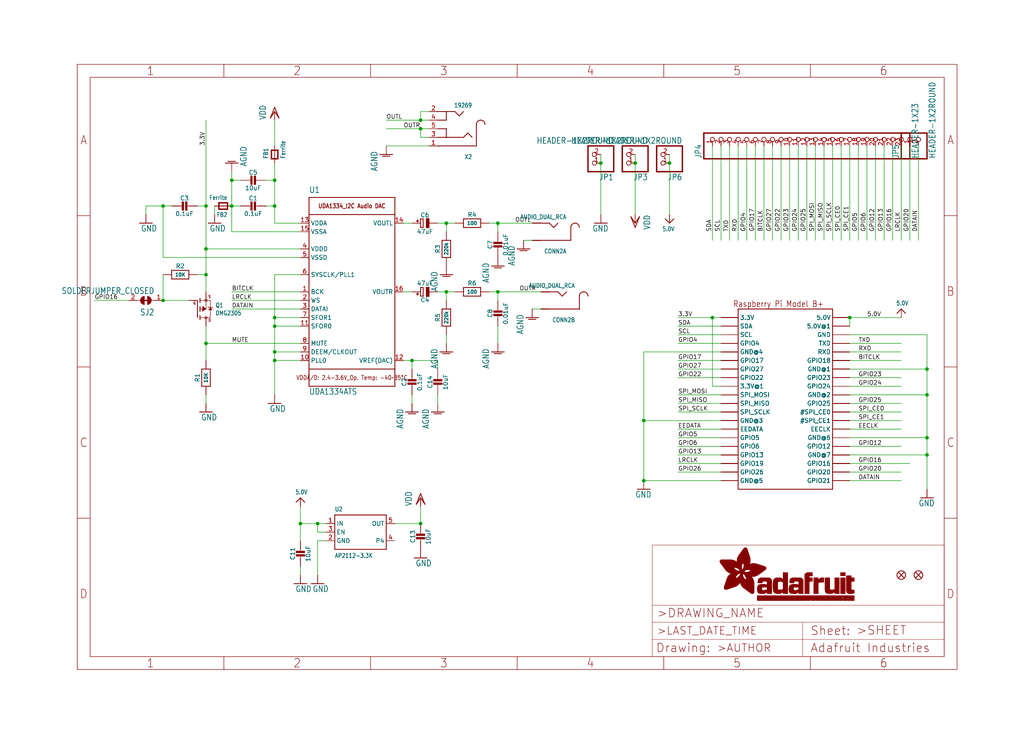
<source format=kicad_sch>
(kicad_sch (version 20211123) (generator eeschema)
  (paper "User" 303.047 217.881)
  (lib_symbols
    (symbol "eagleSchem-eagle-import:5.0V" (power)
      (property "Value" "5.0V" (at -1.524 1.016 0))
      (symbol "5.0V_1_0"
        (pin power_in line (at 0 -2.54 90) (length 2.54) (name "5.0V") (number "1"))
      )
    )
    (symbol "eagleSchem-eagle-import:AGND" (power)
      (property "Value" "AGND" (at -2.54 -5.08 90))
      (symbol "AGND_1_0"
        (pin power_in line (at 0 2.54 270) (length 2.54) (name "AGND") (number "1"))
      )
    )
    (symbol "eagleSchem-eagle-import:AUDIO_3.5MMJACK"
      (property "Reference" "X" (at -5.08 7.62 0))
      (property "Value" "AUDIO_3.5MMJACK" (at -5.08 -7.62 0))
      (symbol "AUDIO_3.5MMJACK_1_0"
        (pin bidirectional line (at 7.62 5.08 180) (length 2.54) (name "P$1") (number "1"))
        (pin bidirectional line (at 7.62 -5.08 180) (length 2.54) (name "P$5") (number "2"))
        (pin bidirectional line (at 7.62 2.54 180) (length 2.54) (name "P$2") (number "3"))
        (pin bidirectional line (at 7.62 -2.54 180) (length 2.54) (name "P$4") (number "4"))
        (pin bidirectional line (at 7.62 0 180) (length 2.54) (name "P$3") (number "5"))
      )
    )
    (symbol "eagleSchem-eagle-import:AUDIO_DUAL_RCA"
      (property "Reference" "CONN" (at -2.54 5.08 0))
      (property "Value" "AUDIO_DUAL_RCA" (at -2.54 -5.08 0))
      (symbol "AUDIO_DUAL_RCA_1_0"
        (pin bidirectional line (at 7.62 2.54 180) (length 2.54) (name "SLEEVE") (number "L_G"))
        (pin bidirectional line (at 7.62 2.54 180) (length 2.54) (name "SLEEVE") (number "L_G'"))
        (pin bidirectional line (at 7.62 -2.54 180) (length 2.54) (name "TIP") (number "L_SIG"))
        (pin bidirectional line (at 7.62 -2.54 180) (length 2.54) (name "TIP") (number "L_SIG'"))
      )
      (symbol "AUDIO_DUAL_RCA_2_0"
        (pin bidirectional line (at 7.62 2.54 180) (length 2.54) (name "SLEEVE") (number "R_G"))
        (pin bidirectional line (at 7.62 2.54 180) (length 2.54) (name "SLEEVE") (number "R_G'"))
        (pin bidirectional line (at 7.62 -2.54 180) (length 2.54) (name "TIP") (number "R_SIG"))
        (pin bidirectional line (at 7.62 -2.54 180) (length 2.54) (name "TIP") (number "R_SIG'"))
      )
    )
    (symbol "eagleSchem-eagle-import:AUDIO_I2S_UDA1334{dblquote}{dblquote}"
      (property "Reference" "U" (at -12.7 29.21 0))
      (property "Value" "AUDIO_I2S_UDA1334{dblquote}{dblquote}" (at -12.7 -30.48 0))
      (symbol "AUDIO_I2S_UDA1334{dblquote}{dblquote}_1_0"
        (text "UDA1334_I2C Audio DAC" (at 0 25.4 0) (effects (font (size 1.27 1.0795) (thickness 0.2159) bold)))
        (text "VDDA/D: 2.4-3.6V_Op. Temp: -40~85°C" (at 0 -25.4 0) (effects (font (size 1.27 1.0795))))
        (pin input line (at -15.24 0 0) (length 2.54) (name "BCK") (number "1"))
        (pin input line (at -15.24 -20.32 0) (length 2.54) (name "PLL0") (number "10"))
        (pin input line (at -15.24 -10.16 0) (length 2.54) (name "SFOR0") (number "11"))
        (pin output line (at 15.24 -20.32 180) (length 2.54) (name "VREF(DAC)") (number "12"))
        (pin power_in line (at -15.24 20.32 0) (length 2.54) (name "VDDA") (number "13"))
        (pin output line (at 15.24 20.32 180) (length 2.54) (name "VOUTL") (number "14"))
        (pin power_in line (at -15.24 17.78 0) (length 2.54) (name "VSSA") (number "15"))
        (pin output line (at 15.24 0 180) (length 2.54) (name "VOUTR") (number "16"))
        (pin input line (at -15.24 -2.54 0) (length 2.54) (name "WS") (number "2"))
        (pin input line (at -15.24 -5.08 0) (length 2.54) (name "DATAI") (number "3"))
        (pin power_in line (at -15.24 12.7 0) (length 2.54) (name "VDDD") (number "4"))
        (pin power_in line (at -15.24 10.16 0) (length 2.54) (name "VSSD") (number "5"))
        (pin input line (at -15.24 5.08 0) (length 2.54) (name "SYSCLK/PLL1") (number "6"))
        (pin input line (at -15.24 -7.62 0) (length 2.54) (name "SFOR1") (number "7"))
        (pin input line (at -15.24 -15.24 0) (length 2.54) (name "MUTE") (number "8"))
        (pin bidirectional line (at -15.24 -17.78 0) (length 2.54) (name "DEEM/CLKOUT") (number "9"))
      )
    )
    (symbol "eagleSchem-eagle-import:CAP_CERAMIC0603_NO"
      (property "Reference" "C" (at -2.29 1.25 90))
      (property "Value" "CAP_CERAMIC0603_NO" (at 2.3 1.25 90))
      (symbol "CAP_CERAMIC0603_NO_1_0"
        (pin passive line (at 0 5.08 270) (length 2.54) (name "1") (number "1"))
        (pin passive line (at 0 -2.54 90) (length 2.54) (name "2") (number "2"))
      )
    )
    (symbol "eagleSchem-eagle-import:CAP_CERAMIC0805-NOOUTLINE"
      (property "Reference" "C" (at -2.29 1.25 90))
      (property "Value" "CAP_CERAMIC0805-NOOUTLINE" (at 2.3 1.25 90))
      (symbol "CAP_CERAMIC0805-NOOUTLINE_1_0"
        (pin passive line (at 0 5.08 270) (length 2.54) (name "1") (number "1"))
        (pin passive line (at 0 -2.54 90) (length 2.54) (name "2") (number "2"))
      )
    )
    (symbol "eagleSchem-eagle-import:CAP_ELECTROLYTICPANASONIC_C"
      (property "Reference" "C" (at -2.39 1.25 90))
      (property "Value" "CAP_ELECTROLYTICPANASONIC_C" (at 2.5 1.25 90))
      (symbol "CAP_ELECTROLYTICPANASONIC_C_1_0"
        (pin passive line (at 0 5.08 270) (length 2.54) (name "+") (number "+"))
        (pin passive line (at 0 -2.54 90) (length 2.54) (name "-") (number "-"))
      )
    )
    (symbol "eagleSchem-eagle-import:FERRITE0805"
      (property "Reference" "FB" (at -1.27 1.905 0))
      (property "Value" "FERRITE0805" (at -1.27 -3.175 0))
      (symbol "FERRITE0805_1_0"
        (pin passive line (at -2.54 0 0) (length 2.54) (name "P$1") (number "1"))
        (pin passive line (at 2.54 0 180) (length 2.54) (name "P$2") (number "2"))
      )
    )
    (symbol "eagleSchem-eagle-import:FIDUCIAL_1MM")
    (symbol "eagleSchem-eagle-import:FRAME_A4_ADAFRUIT"
      (symbol "FRAME_A4_ADAFRUIT_1_0"
        (text "1" (at 21.6958 1.905 0) (effects (font (size 2.54 2.286))))
        (text "1" (at 21.6958 177.165 0) (effects (font (size 2.54 2.286))))
        (text "2" (at 65.0875 1.905 0) (effects (font (size 2.54 2.286))))
        (text "2" (at 65.0875 177.165 0) (effects (font (size 2.54 2.286))))
        (text "3" (at 108.4792 1.905 0) (effects (font (size 2.54 2.286))))
        (text "3" (at 108.4792 177.165 0) (effects (font (size 2.54 2.286))))
        (text "4" (at 151.8708 1.905 0) (effects (font (size 2.54 2.286))))
        (text "4" (at 151.8708 177.165 0) (effects (font (size 2.54 2.286))))
        (text "5" (at 195.2625 1.905 0) (effects (font (size 2.54 2.286))))
        (text "5" (at 195.2625 177.165 0) (effects (font (size 2.54 2.286))))
        (text "6" (at 238.6542 1.905 0) (effects (font (size 2.54 2.286))))
        (text "6" (at 238.6542 177.165 0) (effects (font (size 2.54 2.286))))
        (text ">AUTHOR" (at 189.23 5.08 0) (effects (font (size 2.286 2.286)) (justify left bottom)))
        (text ">DRAWING_NAME" (at 171.45 15.24 0) (effects (font (size 2.54 2.54)) (justify left bottom)))
        (text ">LAST_DATE_TIME" (at 171.45 10.16 0) (effects (font (size 2.286 2.286)) (justify left bottom)))
        (text ">SHEET" (at 230.505 10.16 0) (effects (font (size 2.54 2.54)) (justify left bottom)))
        (text "A" (at 1.905 156.6863 0) (effects (font (size 2.54 2.286))))
        (text "A" (at 258.445 156.6863 0) (effects (font (size 2.54 2.286))))
        (text "Adafruit Industries" (at 216.916 4.953 0) (effects (font (size 2.54 2.54)) (justify left bottom)))
        (text "B" (at 1.905 111.9188 0) (effects (font (size 2.54 2.286))))
        (text "B" (at 258.445 111.9188 0) (effects (font (size 2.54 2.286))))
        (text "C" (at 1.905 67.1513 0) (effects (font (size 2.54 2.286))))
        (text "C" (at 258.445 67.1513 0) (effects (font (size 2.54 2.286))))
        (text "D" (at 1.905 22.3838 0) (effects (font (size 2.54 2.286))))
        (text "D" (at 258.445 22.3838 0) (effects (font (size 2.54 2.286))))
        (text "Drawing:" (at 171.196 4.953 0) (effects (font (size 2.54 2.54)) (justify left bottom)))
        (text "Sheet:" (at 216.916 10.033 0) (effects (font (size 2.54 2.54)) (justify left bottom)))
      )
    )
    (symbol "eagleSchem-eagle-import:GND" (power)
      (property "Value" "GND" (at -2.54 -2.54 0))
      (symbol "GND_1_0"
        (pin power_in line (at 0 2.54 270) (length 2.54) (name "GND") (number "1"))
      )
    )
    (symbol "eagleSchem-eagle-import:HEADER-1X23"
      (property "Reference" "JP" (at -1.27 31.115 0))
      (property "Value" "HEADER-1X23" (at -1.27 -33.02 0))
      (symbol "HEADER-1X23_1_0"
        (pin passive inverted (at 2.54 27.94 0) (length 2.54) (name "1") (number "1"))
        (pin passive inverted (at 2.54 5.08 0) (length 2.54) (name "10") (number "10"))
        (pin passive inverted (at 2.54 2.54 0) (length 2.54) (name "11") (number "11"))
        (pin passive inverted (at 2.54 0 0) (length 2.54) (name "12") (number "12"))
        (pin passive inverted (at 2.54 -2.54 0) (length 2.54) (name "13") (number "13"))
        (pin passive inverted (at 2.54 -5.08 0) (length 2.54) (name "14") (number "14"))
        (pin passive inverted (at 2.54 -7.62 0) (length 2.54) (name "15") (number "15"))
        (pin passive inverted (at 2.54 -10.16 0) (length 2.54) (name "16") (number "16"))
        (pin passive inverted (at 2.54 -12.7 0) (length 2.54) (name "17") (number "17"))
        (pin passive inverted (at 2.54 -15.24 0) (length 2.54) (name "18") (number "18"))
        (pin passive inverted (at 2.54 -17.78 0) (length 2.54) (name "19") (number "19"))
        (pin passive inverted (at 2.54 25.4 0) (length 2.54) (name "2") (number "2"))
        (pin passive inverted (at 2.54 -20.32 0) (length 2.54) (name "20") (number "20"))
        (pin passive inverted (at 2.54 -22.86 0) (length 2.54) (name "21") (number "21"))
        (pin passive inverted (at 2.54 -25.4 0) (length 2.54) (name "22") (number "22"))
        (pin passive inverted (at 2.54 -27.94 0) (length 2.54) (name "23") (number "23"))
        (pin passive inverted (at 2.54 22.86 0) (length 2.54) (name "3") (number "3"))
        (pin passive inverted (at 2.54 20.32 0) (length 2.54) (name "4") (number "4"))
        (pin passive inverted (at 2.54 17.78 0) (length 2.54) (name "5") (number "5"))
        (pin passive inverted (at 2.54 15.24 0) (length 2.54) (name "6") (number "6"))
        (pin passive inverted (at 2.54 12.7 0) (length 2.54) (name "7") (number "7"))
        (pin passive inverted (at 2.54 10.16 0) (length 2.54) (name "8") (number "8"))
        (pin passive inverted (at 2.54 7.62 0) (length 2.54) (name "9") (number "9"))
      )
    )
    (symbol "eagleSchem-eagle-import:HEADER-1X2ROUND"
      (property "Reference" "JP" (at -6.35 5.715 0))
      (property "Value" "HEADER-1X2ROUND" (at -6.35 -5.08 0))
      (symbol "HEADER-1X2ROUND_1_0"
        (pin passive inverted (at -2.54 2.54 0) (length 2.54) (name "1") (number "1"))
        (pin passive inverted (at -2.54 0 0) (length 2.54) (name "2") (number "2"))
      )
    )
    (symbol "eagleSchem-eagle-import:MOSFET-PWIDE"
      (property "Reference" "Q" (at 2.794 0.381 0))
      (property "Value" "MOSFET-PWIDE" (at 2.794 -1.905 0))
      (symbol "MOSFET-PWIDE_1_0"
        (text "D" (at 0.635 -3.81 0) (effects (font (size 0.8128 0.6908)) (justify left bottom)))
        (text "G" (at -3.81 1.27 0) (effects (font (size 0.8128 0.6908)) (justify left bottom)))
        (text "S" (at 0.635 3.175 0) (effects (font (size 0.8128 0.6908)) (justify left bottom)))
        (pin passive line (at -5.08 2.54 0) (length 2.54) (name "G") (number "1"))
        (pin passive line (at 0 5.08 270) (length 2.54) (name "S") (number "2"))
        (pin passive line (at 0 -5.08 90) (length 2.54) (name "D") (number "3"))
      )
    )
    (symbol "eagleSchem-eagle-import:RASPBERRYPI_BPLUS_BONNET_THMSMT"
      (symbol "RASPBERRYPI_BPLUS_BONNET_THMSMT_1_0"
        (text "Raspberry Pi Model B+" (at 12.7 25.4 0) (effects (font (size 1.778 1.5113)) (justify right top)))
        (pin power_in line (at -17.78 20.32 0) (length 5.08) (name "3.3V") (number "1"))
        (pin bidirectional line (at 20.32 10.16 180) (length 5.08) (name "RXD") (number "10"))
        (pin bidirectional line (at -17.78 7.62 0) (length 5.08) (name "GPIO17") (number "11"))
        (pin bidirectional line (at 20.32 7.62 180) (length 5.08) (name "GPIO18") (number "12"))
        (pin bidirectional line (at -17.78 5.08 0) (length 5.08) (name "GPIO27") (number "13"))
        (pin power_in line (at 20.32 5.08 180) (length 5.08) (name "GND@1") (number "14"))
        (pin bidirectional line (at -17.78 2.54 0) (length 5.08) (name "GPIO22") (number "15"))
        (pin bidirectional line (at 20.32 2.54 180) (length 5.08) (name "GPIO23") (number "16"))
        (pin power_in line (at -17.78 0 0) (length 5.08) (name "3.3V@1") (number "17"))
        (pin bidirectional line (at 20.32 0 180) (length 5.08) (name "GPIO24") (number "18"))
        (pin bidirectional line (at -17.78 -2.54 0) (length 5.08) (name "SPI_MOSI") (number "19"))
        (pin power_in line (at 20.32 20.32 180) (length 5.08) (name "5.0V") (number "2"))
        (pin power_in line (at 20.32 -2.54 180) (length 5.08) (name "GND@2") (number "20"))
        (pin bidirectional line (at -17.78 -5.08 0) (length 5.08) (name "SPI_MISO") (number "21"))
        (pin bidirectional line (at 20.32 -5.08 180) (length 5.08) (name "GPIO25") (number "22"))
        (pin bidirectional line (at -17.78 -7.62 0) (length 5.08) (name "SPI_SCLK") (number "23"))
        (pin bidirectional line (at 20.32 -7.62 180) (length 5.08) (name "#SPI_CE0") (number "24"))
        (pin power_in line (at -17.78 -10.16 0) (length 5.08) (name "GND@3") (number "25"))
        (pin bidirectional line (at 20.32 -10.16 180) (length 5.08) (name "#SPI_CE1") (number "26"))
        (pin bidirectional line (at -17.78 -12.7 0) (length 5.08) (name "EEDATA") (number "27"))
        (pin bidirectional line (at 20.32 -12.7 180) (length 5.08) (name "EECLK") (number "28"))
        (pin bidirectional line (at -17.78 -15.24 0) (length 5.08) (name "GPIO5") (number "29"))
        (pin bidirectional line (at -17.78 17.78 0) (length 5.08) (name "SDA") (number "3"))
        (pin power_in line (at 20.32 -15.24 180) (length 5.08) (name "GND@6") (number "30"))
        (pin bidirectional line (at -17.78 -17.78 0) (length 5.08) (name "GPIO6") (number "31"))
        (pin bidirectional line (at 20.32 -17.78 180) (length 5.08) (name "GPIO12") (number "32"))
        (pin bidirectional line (at -17.78 -20.32 0) (length 5.08) (name "GPIO13") (number "33"))
        (pin power_in line (at 20.32 -20.32 180) (length 5.08) (name "GND@7") (number "34"))
        (pin bidirectional line (at -17.78 -22.86 0) (length 5.08) (name "GPIO19") (number "35"))
        (pin bidirectional line (at 20.32 -22.86 180) (length 5.08) (name "GPIO16") (number "36"))
        (pin bidirectional line (at -17.78 -25.4 0) (length 5.08) (name "GPIO26") (number "37"))
        (pin bidirectional line (at 20.32 -25.4 180) (length 5.08) (name "GPIO20") (number "38"))
        (pin power_in line (at -17.78 -27.94 0) (length 5.08) (name "GND@5") (number "39"))
        (pin power_in line (at 20.32 17.78 180) (length 5.08) (name "5.0V@1") (number "4"))
        (pin bidirectional line (at 20.32 -27.94 180) (length 5.08) (name "GPIO21") (number "40"))
        (pin bidirectional line (at -17.78 15.24 0) (length 5.08) (name "SCL") (number "5"))
        (pin power_in line (at 20.32 15.24 180) (length 5.08) (name "GND") (number "6"))
        (pin bidirectional line (at -17.78 12.7 0) (length 5.08) (name "GPIO4") (number "7"))
        (pin bidirectional line (at 20.32 12.7 180) (length 5.08) (name "TXD") (number "8"))
        (pin power_in line (at -17.78 10.16 0) (length 5.08) (name "GND@4") (number "9"))
        (pin power_in line (at -17.78 20.32 0) (length 5.08) (name "3.3V") (number "S1"))
        (pin bidirectional line (at 20.32 10.16 180) (length 5.08) (name "RXD") (number "S10"))
        (pin bidirectional line (at -17.78 7.62 0) (length 5.08) (name "GPIO17") (number "S11"))
        (pin bidirectional line (at 20.32 7.62 180) (length 5.08) (name "GPIO18") (number "S12"))
        (pin bidirectional line (at -17.78 5.08 0) (length 5.08) (name "GPIO27") (number "S13"))
        (pin power_in line (at 20.32 5.08 180) (length 5.08) (name "GND@1") (number "S14"))
        (pin bidirectional line (at -17.78 2.54 0) (length 5.08) (name "GPIO22") (number "S15"))
        (pin bidirectional line (at 20.32 2.54 180) (length 5.08) (name "GPIO23") (number "S16"))
        (pin power_in line (at -17.78 0 0) (length 5.08) (name "3.3V@1") (number "S17"))
        (pin bidirectional line (at 20.32 0 180) (length 5.08) (name "GPIO24") (number "S18"))
        (pin bidirectional line (at -17.78 -2.54 0) (length 5.08) (name "SPI_MOSI") (number "S19"))
        (pin power_in line (at 20.32 20.32 180) (length 5.08) (name "5.0V") (number "S2"))
        (pin power_in line (at 20.32 -2.54 180) (length 5.08) (name "GND@2") (number "S20"))
        (pin bidirectional line (at -17.78 -5.08 0) (length 5.08) (name "SPI_MISO") (number "S21"))
        (pin bidirectional line (at 20.32 -5.08 180) (length 5.08) (name "GPIO25") (number "S22"))
        (pin bidirectional line (at -17.78 -7.62 0) (length 5.08) (name "SPI_SCLK") (number "S23"))
        (pin bidirectional line (at 20.32 -7.62 180) (length 5.08) (name "#SPI_CE0") (number "S24"))
        (pin power_in line (at -17.78 -10.16 0) (length 5.08) (name "GND@3") (number "S25"))
        (pin bidirectional line (at 20.32 -10.16 180) (length 5.08) (name "#SPI_CE1") (number "S26"))
        (pin bidirectional line (at -17.78 -12.7 0) (length 5.08) (name "EEDATA") (number "S27"))
        (pin bidirectional line (at 20.32 -12.7 180) (length 5.08) (name "EECLK") (number "S28"))
        (pin bidirectional line (at -17.78 -15.24 0) (length 5.08) (name "GPIO5") (number "S29"))
        (pin bidirectional line (at -17.78 17.78 0) (length 5.08) (name "SDA") (number "S3"))
        (pin power_in line (at 20.32 -15.24 180) (length 5.08) (name "GND@6") (number "S30"))
        (pin bidirectional line (at -17.78 -17.78 0) (length 5.08) (name "GPIO6") (number "S31"))
        (pin bidirectional line (at 20.32 -17.78 180) (length 5.08) (name "GPIO12") (number "S32"))
        (pin bidirectional line (at -17.78 -20.32 0) (length 5.08) (name "GPIO13") (number "S33"))
        (pin power_in line (at 20.32 -20.32 180) (length 5.08) (name "GND@7") (number "S34"))
        (pin bidirectional line (at -17.78 -22.86 0) (length 5.08) (name "GPIO19") (number "S35"))
        (pin bidirectional line (at 20.32 -22.86 180) (length 5.08) (name "GPIO16") (number "S36"))
        (pin bidirectional line (at -17.78 -25.4 0) (length 5.08) (name "GPIO26") (number "S37"))
        (pin bidirectional line (at 20.32 -25.4 180) (length 5.08) (name "GPIO20") (number "S38"))
        (pin power_in line (at -17.78 -27.94 0) (length 5.08) (name "GND@5") (number "S39"))
        (pin power_in line (at 20.32 17.78 180) (length 5.08) (name "5.0V@1") (number "S4"))
        (pin bidirectional line (at 20.32 -27.94 180) (length 5.08) (name "GPIO21") (number "S40"))
        (pin bidirectional line (at -17.78 15.24 0) (length 5.08) (name "SCL") (number "S5"))
        (pin power_in line (at 20.32 15.24 180) (length 5.08) (name "GND") (number "S6"))
        (pin bidirectional line (at -17.78 12.7 0) (length 5.08) (name "GPIO4") (number "S7"))
        (pin bidirectional line (at 20.32 12.7 180) (length 5.08) (name "TXD") (number "S8"))
        (pin power_in line (at -17.78 10.16 0) (length 5.08) (name "GND@4") (number "S9"))
      )
    )
    (symbol "eagleSchem-eagle-import:RESISTOR_0603_NOOUT"
      (property "Reference" "R" (at 0 2.54 0))
      (property "Value" "RESISTOR_0603_NOOUT" (at 0 0 0))
      (symbol "RESISTOR_0603_NOOUT_1_0"
        (pin passive line (at -5.08 0 0) (length 2.54) (name "1") (number "1"))
        (pin passive line (at 5.08 0 180) (length 2.54) (name "2") (number "2"))
      )
    )
    (symbol "eagleSchem-eagle-import:SOLDERJUMPER_CLOSED"
      (property "Reference" "SJ" (at -2.54 2.54 0))
      (property "Value" "SOLDERJUMPER_CLOSED" (at -2.54 -3.81 0))
      (symbol "SOLDERJUMPER_CLOSED_1_0"
        (pin passive line (at -5.08 0 0) (length 2.54) (name "1") (number "1"))
        (pin passive line (at 5.08 0 180) (length 2.54) (name "2") (number "2"))
      )
    )
    (symbol "eagleSchem-eagle-import:VDD" (power)
      (property "Value" "VDD" (at -2.54 -2.54 90))
      (symbol "VDD_1_0"
        (pin power_in line (at 0 -2.54 90) (length 2.54) (name "VDD") (number "1"))
      )
    )
    (symbol "eagleSchem-eagle-import:VREG_SOT23-5"
      (property "Reference" "U" (at -7.62 6.096 0))
      (property "Value" "VREG_SOT23-5" (at -7.62 -7.62 0))
      (symbol "VREG_SOT23-5_1_0"
        (pin power_in line (at -10.16 2.54 0) (length 2.54) (name "IN") (number "1"))
        (pin power_in line (at -10.16 -2.54 0) (length 2.54) (name "GND") (number "2"))
        (pin input line (at -10.16 0 0) (length 2.54) (name "EN") (number "3"))
        (pin bidirectional line (at 10.16 -2.54 180) (length 2.54) (name "P4") (number "4"))
        (pin power_in line (at 10.16 2.54 180) (length 2.54) (name "OUT") (number "5"))
      )
    )
  )
  (junction (at 124.46 154.94))
  (junction (at 60.96 73.66))
  (junction (at 81.28 106.68))
  (junction (at 274.32 116.84))
  (junction (at 48.26 88.9))
  (junction (at 274.32 109.22))
  (junction (at 190.5 142.24))
  (junction (at 81.28 60.96))
  (junction (at 88.9 154.94))
  (junction (at 177.8 48.26))
  (junction (at 124.46 38.1))
  (junction (at 274.32 134.62))
  (junction (at 147.32 66.04))
  (junction (at 81.28 96.52))
  (junction (at 81.28 104.14))
  (junction (at 190.5 124.46))
  (junction (at 60.96 81.28))
  (junction (at 210.82 93.98))
  (junction (at 187.96 48.26))
  (junction (at 81.28 53.34))
  (junction (at 81.28 93.98))
  (junction (at 93.98 154.94))
  (junction (at 60.96 60.96))
  (junction (at 251.46 93.98))
  (junction (at 132.08 86.36))
  (junction (at 68.58 53.34))
  (junction (at 198.12 48.26))
  (junction (at 60.96 101.6))
  (junction (at 132.08 66.04))
  (junction (at 147.32 86.36))
  (junction (at 124.46 35.56))
  (junction (at 48.26 60.96))
  (junction (at 274.32 129.54))
  (junction (at 68.58 60.96))
  (junction (at 121.92 106.68))
  (wire (pts (xy 60.96 101.6) (xy 60.96 106.68)))
  (wire (pts (xy 218.44 71.12) (xy 218.44 43.18)))
  (wire (pts (xy 60.96 81.28) (xy 60.96 73.66)))
  (wire (pts (xy 81.28 93.98) (xy 81.28 81.28)))
  (wire (pts (xy 228.6 43.18) (xy 228.6 71.12)))
  (wire (pts (xy 60.96 60.96) (xy 60.96 35.56)))
  (wire (pts (xy 43.18 60.96) (xy 43.18 63.5)))
  (wire (pts (xy 88.9 154.94) (xy 88.9 149.86)))
  (wire (pts (xy 60.96 96.52) (xy 60.96 101.6)))
  (wire (pts (xy 124.46 38.1) (xy 114.3 38.1)))
  (wire (pts (xy 132.08 66.04) (xy 129.54 66.04)))
  (wire (pts (xy 121.92 86.36) (xy 119.38 86.36)))
  (wire (pts (xy 187.96 48.26) (xy 187.96 63.5)))
  (wire (pts (xy 251.46 71.12) (xy 251.46 43.18)))
  (wire (pts (xy 251.46 139.7) (xy 266.7 139.7)))
  (wire (pts (xy 269.24 43.18) (xy 269.24 71.12)))
  (wire (pts (xy 200.66 132.08) (xy 213.36 132.08)))
  (wire (pts (xy 88.9 86.36) (xy 68.58 86.36)))
  (wire (pts (xy 48.26 60.96) (xy 43.18 60.96)))
  (wire (pts (xy 210.82 114.3) (xy 213.36 114.3)))
  (wire (pts (xy 58.42 60.96) (xy 60.96 60.96)))
  (wire (pts (xy 116.84 154.94) (xy 124.46 154.94)))
  (wire (pts (xy 190.5 124.46) (xy 190.5 104.14)))
  (wire (pts (xy 88.9 93.98) (xy 81.28 93.98)))
  (wire (pts (xy 50.8 60.96) (xy 48.26 60.96)))
  (wire (pts (xy 68.58 53.34) (xy 71.12 53.34)))
  (wire (pts (xy 251.46 93.98) (xy 266.7 93.98)))
  (wire (pts (xy 274.32 134.62) (xy 274.32 144.78)))
  (wire (pts (xy 119.38 106.68) (xy 121.92 106.68)))
  (wire (pts (xy 200.66 116.84) (xy 213.36 116.84)))
  (wire (pts (xy 231.14 71.12) (xy 231.14 43.18)))
  (wire (pts (xy 81.28 106.68) (xy 81.28 116.84)))
  (wire (pts (xy 251.46 137.16) (xy 269.24 137.16)))
  (wire (pts (xy 144.78 66.04) (xy 147.32 66.04)))
  (wire (pts (xy 88.9 68.58) (xy 68.58 68.58)))
  (wire (pts (xy 251.46 142.24) (xy 266.7 142.24)))
  (wire (pts (xy 88.9 96.52) (xy 81.28 96.52)))
  (wire (pts (xy 200.66 139.7) (xy 213.36 139.7)))
  (wire (pts (xy 88.9 101.6) (xy 60.96 101.6)))
  (wire (pts (xy 132.08 66.04) (xy 134.62 66.04)))
  (wire (pts (xy 81.28 60.96) (xy 81.28 53.34)))
  (wire (pts (xy 147.32 66.04) (xy 157.48 66.04)))
  (wire (pts (xy 132.08 99.06) (xy 132.08 101.6)))
  (wire (pts (xy 213.36 111.76) (xy 200.66 111.76)))
  (wire (pts (xy 96.52 157.48) (xy 93.98 157.48)))
  (wire (pts (xy 256.54 71.12) (xy 256.54 43.18)))
  (wire (pts (xy 71.12 60.96) (xy 68.58 60.96)))
  (wire (pts (xy 132.08 68.58) (xy 132.08 66.04)))
  (wire (pts (xy 88.9 88.9) (xy 68.58 88.9)))
  (wire (pts (xy 220.98 43.18) (xy 220.98 71.12)))
  (wire (pts (xy 68.58 68.58) (xy 68.58 60.96)))
  (wire (pts (xy 88.9 167.64) (xy 88.9 170.18)))
  (wire (pts (xy 274.32 116.84) (xy 274.32 129.54)))
  (wire (pts (xy 200.66 121.92) (xy 213.36 121.92)))
  (wire (pts (xy 271.78 71.12) (xy 271.78 43.18)))
  (wire (pts (xy 251.46 134.62) (xy 274.32 134.62)))
  (wire (pts (xy 210.82 114.3) (xy 210.82 93.98)))
  (wire (pts (xy 81.28 53.34) (xy 81.28 48.26)))
  (wire (pts (xy 96.52 160.02) (xy 93.98 160.02)))
  (wire (pts (xy 274.32 99.06) (xy 274.32 109.22)))
  (wire (pts (xy 127 35.56) (xy 124.46 35.56)))
  (wire (pts (xy 266.7 71.12) (xy 266.7 43.18)))
  (wire (pts (xy 243.84 43.18) (xy 243.84 71.12)))
  (wire (pts (xy 48.26 88.9) (xy 55.88 88.9)))
  (wire (pts (xy 213.36 93.98) (xy 210.82 93.98)))
  (wire (pts (xy 187.96 48.26) (xy 187.96 45.72)))
  (wire (pts (xy 241.3 71.12) (xy 241.3 43.18)))
  (wire (pts (xy 121.92 106.68) (xy 121.92 109.22)))
  (wire (pts (xy 190.5 104.14) (xy 213.36 104.14)))
  (wire (pts (xy 96.52 154.94) (xy 93.98 154.94)))
  (wire (pts (xy 88.9 91.44) (xy 68.58 91.44)))
  (wire (pts (xy 121.92 106.68) (xy 129.54 106.68)))
  (wire (pts (xy 233.68 43.18) (xy 233.68 71.12)))
  (wire (pts (xy 213.36 106.68) (xy 200.66 106.68)))
  (wire (pts (xy 251.46 101.6) (xy 266.7 101.6)))
  (wire (pts (xy 238.76 43.18) (xy 238.76 71.12)))
  (wire (pts (xy 251.46 106.68) (xy 266.7 106.68)))
  (wire (pts (xy 246.38 71.12) (xy 246.38 43.18)))
  (wire (pts (xy 251.46 111.76) (xy 266.7 111.76)))
  (wire (pts (xy 254 43.18) (xy 254 71.12)))
  (wire (pts (xy 210.82 43.18) (xy 210.82 71.12)))
  (wire (pts (xy 190.5 124.46) (xy 213.36 124.46)))
  (wire (pts (xy 124.46 154.94) (xy 124.46 149.86)))
  (wire (pts (xy 48.26 81.28) (xy 48.26 88.9)))
  (wire (pts (xy 78.74 60.96) (xy 81.28 60.96)))
  (wire (pts (xy 200.66 119.38) (xy 213.36 119.38)))
  (wire (pts (xy 190.5 124.46) (xy 190.5 142.24)))
  (wire (pts (xy 48.26 76.2) (xy 48.26 60.96)))
  (wire (pts (xy 157.48 91.44) (xy 160.02 91.44)))
  (wire (pts (xy 81.28 104.14) (xy 81.28 106.68)))
  (wire (pts (xy 88.9 66.04) (xy 81.28 66.04)))
  (wire (pts (xy 251.46 99.06) (xy 274.32 99.06)))
  (wire (pts (xy 213.36 96.52) (xy 200.66 96.52)))
  (wire (pts (xy 81.28 43.18) (xy 81.28 35.56)))
  (wire (pts (xy 261.62 71.12) (xy 261.62 43.18)))
  (wire (pts (xy 251.46 129.54) (xy 274.32 129.54)))
  (wire (pts (xy 147.32 86.36) (xy 147.32 88.9)))
  (wire (pts (xy 60.96 73.66) (xy 60.96 60.96)))
  (wire (pts (xy 121.92 116.84) (xy 121.92 119.38)))
  (wire (pts (xy 251.46 109.22) (xy 274.32 109.22)))
  (wire (pts (xy 251.46 119.38) (xy 266.7 119.38)))
  (wire (pts (xy 266.7 104.14) (xy 251.46 104.14)))
  (wire (pts (xy 127 38.1) (xy 124.46 38.1)))
  (wire (pts (xy 200.66 134.62) (xy 213.36 134.62)))
  (wire (pts (xy 78.74 53.34) (xy 81.28 53.34)))
  (wire (pts (xy 213.36 127) (xy 200.66 127)))
  (wire (pts (xy 177.8 48.26) (xy 177.8 63.5)))
  (wire (pts (xy 88.9 73.66) (xy 60.96 73.66)))
  (wire (pts (xy 236.22 71.12) (xy 236.22 43.18)))
  (wire (pts (xy 124.46 40.64) (xy 124.46 38.1)))
  (wire (pts (xy 274.32 109.22) (xy 274.32 116.84)))
  (wire (pts (xy 223.52 71.12) (xy 223.52 43.18)))
  (wire (pts (xy 60.96 81.28) (xy 58.42 81.28)))
  (wire (pts (xy 251.46 114.3) (xy 266.7 114.3)))
  (wire (pts (xy 38.1 88.9) (xy 27.94 88.9)))
  (wire (pts (xy 127 40.64) (xy 124.46 40.64)))
  (wire (pts (xy 251.46 132.08) (xy 266.7 132.08)))
  (wire (pts (xy 200.66 109.22) (xy 213.36 109.22)))
  (wire (pts (xy 198.12 45.72) (xy 198.12 48.26)))
  (wire (pts (xy 248.92 43.18) (xy 248.92 71.12)))
  (wire (pts (xy 144.78 86.36) (xy 147.32 86.36)))
  (wire (pts (xy 129.54 106.68) (xy 129.54 109.22)))
  (wire (pts (xy 198.12 48.26) (xy 198.12 63.5)))
  (wire (pts (xy 251.46 127) (xy 266.7 127)))
  (wire (pts (xy 88.9 106.68) (xy 81.28 106.68)))
  (wire (pts (xy 210.82 93.98) (xy 200.66 93.98)))
  (wire (pts (xy 213.36 71.12) (xy 213.36 43.18)))
  (wire (pts (xy 251.46 116.84) (xy 274.32 116.84)))
  (wire (pts (xy 88.9 104.14) (xy 81.28 104.14)))
  (wire (pts (xy 132.08 88.9) (xy 132.08 86.36)))
  (wire (pts (xy 60.96 86.36) (xy 60.96 81.28)))
  (wire (pts (xy 119.38 66.04) (xy 121.92 66.04)))
  (wire (pts (xy 213.36 101.6) (xy 200.66 101.6)))
  (wire (pts (xy 147.32 66.04) (xy 147.32 68.58)))
  (wire (pts (xy 132.08 86.36) (xy 134.62 86.36)))
  (wire (pts (xy 251.46 124.46) (xy 266.7 124.46)))
  (wire (pts (xy 147.32 86.36) (xy 160.02 86.36)))
  (wire (pts (xy 88.9 160.02) (xy 88.9 154.94)))
  (wire (pts (xy 264.16 43.18) (xy 264.16 71.12)))
  (wire (pts (xy 93.98 160.02) (xy 93.98 170.18)))
  (wire (pts (xy 200.66 137.16) (xy 213.36 137.16)))
  (wire (pts (xy 88.9 81.28) (xy 81.28 81.28)))
  (wire (pts (xy 81.28 66.04) (xy 81.28 60.96)))
  (wire (pts (xy 177.8 48.26) (xy 177.8 45.72)))
  (wire (pts (xy 213.36 142.24) (xy 190.5 142.24)))
  (wire (pts (xy 200.66 129.54) (xy 213.36 129.54)))
  (wire (pts (xy 93.98 157.48) (xy 93.98 154.94)))
  (wire (pts (xy 127 33.02) (xy 124.46 33.02)))
  (wire (pts (xy 132.08 86.36) (xy 129.54 86.36)))
  (wire (pts (xy 251.46 121.92) (xy 266.7 121.92)))
  (wire (pts (xy 213.36 99.06) (xy 200.66 99.06)))
  (wire (pts (xy 63.5 60.96) (xy 63.5 63.5)))
  (wire (pts (xy 68.58 60.96) (xy 68.58 53.34)))
  (wire (pts (xy 93.98 154.94) (xy 88.9 154.94)))
  (wire (pts (xy 154.94 71.12) (xy 157.48 71.12)))
  (wire (pts (xy 88.9 76.2) (xy 48.26 76.2)))
  (wire (pts (xy 124.46 35.56) (xy 124.46 33.02)))
  (wire (pts (xy 251.46 96.52) (xy 251.46 93.98)))
  (wire (pts (xy 124.46 35.56) (xy 114.3 35.56)))
  (wire (pts (xy 274.32 129.54) (xy 274.32 134.62)))
  (wire (pts (xy 60.96 116.84) (xy 60.96 119.38)))
  (wire (pts (xy 114.3 43.18) (xy 127 43.18)))
  (wire (pts (xy 147.32 96.52) (xy 147.32 101.6)))
  (wire (pts (xy 226.06 71.12) (xy 226.06 43.18)))
  (wire (pts (xy 68.58 50.8) (xy 68.58 53.34)))
  (wire (pts (xy 81.28 93.98) (xy 81.28 96.52)))
  (wire (pts (xy 129.54 116.84) (xy 129.54 119.38)))
  (wire (pts (xy 215.9 43.18) (xy 215.9 71.12)))
  (wire (pts (xy 81.28 96.52) (xy 81.28 104.14)))
  (wire (pts (xy 259.08 43.18) (xy 259.08 71.12)))
  (label "SPI_MOSI" (at 241.3 68.58 90) (effects (font (size 1.2446 1.2446))))
  (label "GPIO13" (at 200.66 134.62 0) (effects (font (size 1.2446 1.2446))))
  (label "RXD" (at 218.44 68.58 90) (effects (font (size 1.2446 1.2446))))
  (label "GPIO4" (at 200.66 101.6 0) (effects (font (size 1.2446 1.2446))))
  (label "SPI_CE1" (at 251.46 68.58 90) (effects (font (size 1.2446 1.2446))))
  (label "EECLK" (at 254 127 0) (effects (font (size 1.2446 1.2446))))
  (label "GPIO27" (at 200.66 109.22 0) (effects (font (size 1.2446 1.2446))))
  (label "LRCLK" (at 266.7 68.58 90) (effects (font (size 1.2446 1.2446))))
  (label "MUTE" (at 68.58 101.6 0) (effects (font (size 1.2446 1.2446))))
  (label "GPIO22" (at 200.66 111.76 0) (effects (font (size 1.2446 1.2446))))
  (label "DATAIN" (at 254 142.24 0) (effects (font (size 1.2446 1.2446))))
  (label "SPI_MOSI" (at 200.66 116.84 0) (effects (font (size 1.2446 1.2446))))
  (label "EEDATA" (at 200.66 127 0) (effects (font (size 1.2446 1.2446))))
  (label "BITCLK" (at 254 106.68 0) (effects (font (size 1.2446 1.2446))))
  (label "GPIO17" (at 223.52 68.58 90) (effects (font (size 1.2446 1.2446))))
  (label "SDA" (at 210.82 68.58 90) (effects (font (size 1.2446 1.2446))))
  (label "GPIO16" (at 254 137.16 0) (effects (font (size 1.2446 1.2446))))
  (label "GPIO22" (at 231.14 68.58 90) (effects (font (size 1.2446 1.2446))))
  (label "DATAIN" (at 68.58 91.44 0) (effects (font (size 1.2446 1.2446))))
  (label "GPIO20" (at 269.24 68.58 90) (effects (font (size 1.2446 1.2446))))
  (label "OUTL" (at 114.3 35.56 0) (effects (font (size 1.2446 1.2446))))
  (label "GPIO4" (at 220.98 68.58 90) (effects (font (size 1.2446 1.2446))))
  (label "GPIO24" (at 236.22 68.58 90) (effects (font (size 1.2446 1.2446))))
  (label "GPIO26" (at 200.66 139.7 0) (effects (font (size 1.2446 1.2446))))
  (label "OUTR" (at 153.67 86.36 0) (effects (font (size 1.2446 1.2446))))
  (label "GPIO5" (at 254 68.58 90) (effects (font (size 1.2446 1.2446))))
  (label "GPIO16" (at 264.16 68.58 90) (effects (font (size 1.2446 1.2446))))
  (label "GPIO16" (at 27.94 88.9 0) (effects (font (size 1.2446 1.2446))))
  (label "RXD" (at 254 104.14 0) (effects (font (size 1.2446 1.2446))))
  (label "GPIO23" (at 254 111.76 0) (effects (font (size 1.2446 1.2446))))
  (label "GPIO6" (at 256.54 68.58 90) (effects (font (size 1.2446 1.2446))))
  (label "GPIO24" (at 254 114.3 0) (effects (font (size 1.2446 1.2446))))
  (label "SPI_CE0" (at 248.92 68.58 90) (effects (font (size 1.2446 1.2446))))
  (label "GPIO12" (at 259.08 68.58 90) (effects (font (size 1.2446 1.2446))))
  (label "GPIO20" (at 254 139.7 0) (effects (font (size 1.2446 1.2446))))
  (label "SPI_SCLK" (at 246.38 68.58 90) (effects (font (size 1.2446 1.2446))))
  (label "DATAIN" (at 271.78 68.58 90) (effects (font (size 1.2446 1.2446))))
  (label "GPIO13" (at 261.62 68.58 90) (effects (font (size 1.2446 1.2446))))
  (label "BITCLK" (at 226.06 68.58 90) (effects (font (size 1.2446 1.2446))))
  (label "LRCLK" (at 68.58 88.9 0) (effects (font (size 1.2446 1.2446))))
  (label "TXD" (at 254 101.6 0) (effects (font (size 1.2446 1.2446))))
  (label "SCL" (at 213.36 68.58 90) (effects (font (size 1.2446 1.2446))))
  (label "SPI_CE0" (at 254 121.92 0) (effects (font (size 1.2446 1.2446))))
  (label "BITCLK" (at 68.58 86.36 0) (effects (font (size 1.2446 1.2446))))
  (label "GPIO5" (at 200.66 129.54 0) (effects (font (size 1.2446 1.2446))))
  (label "GPIO6" (at 200.66 132.08 0) (effects (font (size 1.2446 1.2446))))
  (label "3.3V" (at 60.96 43.18 90) (effects (font (size 1.2446 1.2446))))
  (label "GPIO25" (at 254 119.38 0) (effects (font (size 1.2446 1.2446))))
  (label "LRCLK" (at 200.66 137.16 0) (effects (font (size 1.2446 1.2446))))
  (label "SCL" (at 200.66 99.06 0) (effects (font (size 1.2446 1.2446))))
  (label "SDA" (at 200.66 96.52 0) (effects (font (size 1.2446 1.2446))))
  (label "GPIO27" (at 228.6 68.58 90) (effects (font (size 1.2446 1.2446))))
  (label "SPI_CE1" (at 254 124.46 0) (effects (font (size 1.2446 1.2446))))
  (label "OUTL" (at 152.4 66.04 0) (effects (font (size 1.2446 1.2446))))
  (label "SPI_SCLK" (at 200.66 121.92 0) (effects (font (size 1.2446 1.2446))))
  (label "5.0V" (at 256.54 93.98 0) (effects (font (size 1.2446 1.2446))))
  (label "SPI_MISO" (at 200.66 119.38 0) (effects (font (size 1.2446 1.2446))))
  (label "SPI_MISO" (at 243.84 68.58 90) (effects (font (size 1.2446 1.2446))))
  (label "GPIO17" (at 200.66 106.68 0) (effects (font (size 1.2446 1.2446))))
  (label "3.3V" (at 200.66 93.98 0) (effects (font (size 1.2446 1.2446))))
  (label "GPIO12" (at 254 132.08 0) (effects (font (size 1.2446 1.2446))))
  (label "TXD" (at 215.9 68.58 90) (effects (font (size 1.2446 1.2446))))
  (label "OUTR" (at 119.38 38.1 0) (effects (font (size 1.2446 1.2446))))
  (label "GPIO23" (at 233.68 68.58 90) (effects (font (size 1.2446 1.2446))))
  (label "GPIO25" (at 238.76 68.58 90) (effects (font (size 1.2446 1.2446))))
  (symbol (lib_id "eagleSchem-eagle-import:AGND") (at 114.3 45.72 0) (unit 1)
    (property "Reference" "#AGND9" (effects hide))
    (property "Value" "AGND" (at 111.76 50.8 90) (effects (font (size 1.778 1.5113)) (justify left bottom)))
    (property "Footprint" "eagleSchem:" (effects hide))
  )
  (symbol (lib_id "eagleSchem-eagle-import:FERRITE0805") (at 66.04 60.96 180) (unit 1)
    (property "Reference" "FB2" (at 67.31 62.865 0) (effects (font (size 1.27 1.0795)) (justify left bottom)))
    (property "Value" "Ferrite" (at 67.31 57.785 0) (effects (font (size 1.27 1.0795)) (justify left bottom)))
    (property "Footprint" "eagleSchem:0805" (effects hide))
  )
  (symbol (lib_id "eagleSchem-eagle-import:VDD") (at 187.96 66.04 180) (unit 1)
    (property "Reference" "#VDD2" (effects hide))
    (property "Value" "VDD" (at 190.5 63.5 90) (effects (font (size 1.778 1.5113)) (justify left bottom)))
    (property "Footprint" "eagleSchem:" (effects hide))
  )
  (symbol (lib_id "eagleSchem-eagle-import:CAP_CERAMIC0603_NO") (at 147.32 73.66 0) (unit 1)
    (property "Reference" "C7" (at 145.03 72.41 90))
    (property "Value" "0.01uF" (at 149.62 72.41 90))
    (property "Footprint" "eagleSchem:0603-NO" (effects hide))
  )
  (symbol (lib_id "eagleSchem-eagle-import:CAP_ELECTROLYTICPANASONIC_C") (at 127 86.36 90) (unit 1)
    (property "Reference" "C4" (at 125.75 88.75 90))
    (property "Value" "47uF" (at 125.75 83.86 90))
    (property "Footprint" "eagleSchem:PANASONIC_C" (effects hide))
  )
  (symbol (lib_id "eagleSchem-eagle-import:GND") (at 124.46 165.1 0) (unit 1)
    (property "Reference" "#U$3" (effects hide))
    (property "Value" "GND" (at 122.936 167.64 0) (effects (font (size 1.778 1.5113)) (justify left bottom)))
    (property "Footprint" "eagleSchem:" (effects hide))
  )
  (symbol (lib_id "eagleSchem-eagle-import:GND") (at 81.28 119.38 0) (unit 1)
    (property "Reference" "#U$30" (effects hide))
    (property "Value" "GND" (at 79.756 121.92 0) (effects (font (size 1.778 1.5113)) (justify left bottom)))
    (property "Footprint" "eagleSchem:" (effects hide))
  )
  (symbol (lib_id "eagleSchem-eagle-import:FIDUCIAL_1MM") (at 266.7 170.18 0) (unit 1)
    (property "Reference" "FID1" (effects hide))
    (property "Value" "FIDUCIAL_1MM" (effects hide))
    (property "Footprint" "eagleSchem:FIDUCIAL_1MM" (effects hide))
  )
  (symbol (lib_id "eagleSchem-eagle-import:5.0V") (at 266.7 91.44 0) (unit 1)
    (property "Reference" "#U$14" (effects hide))
    (property "Value" "5.0V" (at 265.176 90.424 0) (effects (font (size 1.27 1.0795)) (justify left bottom)))
    (property "Footprint" "eagleSchem:" (effects hide))
  )
  (symbol (lib_id "eagleSchem-eagle-import:GND") (at 177.8 66.04 0) (unit 1)
    (property "Reference" "#GND5" (effects hide))
    (property "Value" "GND" (at 175.26 68.58 0) (effects (font (size 1.778 1.5113)) (justify left bottom)))
    (property "Footprint" "eagleSchem:" (effects hide))
  )
  (symbol (lib_id "eagleSchem-eagle-import:RESISTOR_0603_NOOUT") (at 53.34 81.28 0) (unit 1)
    (property "Reference" "R2" (at 53.34 78.74 0))
    (property "Value" "10K" (at 53.34 81.28 0) (effects (font (size 1.016 1.016) bold)))
    (property "Footprint" "eagleSchem:0603-NO" (effects hide))
  )
  (symbol (lib_id "eagleSchem-eagle-import:HEADER-1X2ROUND") (at 175.26 45.72 180) (unit 1)
    (property "Reference" "JP1" (at 181.61 51.435 0) (effects (font (size 1.778 1.5113)) (justify left bottom)))
    (property "Value" "HEADER-1X2ROUND" (at 181.61 40.64 0) (effects (font (size 1.778 1.5113)) (justify left bottom)))
    (property "Footprint" "eagleSchem:1X02_ROUND" (effects hide))
  )
  (symbol (lib_id "eagleSchem-eagle-import:RESISTOR_0603_NOOUT") (at 132.08 93.98 90) (unit 1)
    (property "Reference" "R5" (at 129.54 93.98 0))
    (property "Value" "220k" (at 132.08 93.98 0) (effects (font (size 1.016 1.016) bold)))
    (property "Footprint" "eagleSchem:0603-NO" (effects hide))
  )
  (symbol (lib_id "eagleSchem-eagle-import:HEADER-1X23") (at 238.76 45.72 90) (unit 1)
    (property "Reference" "JP4" (at 207.645 46.99 0) (effects (font (size 1.778 1.5113)) (justify left bottom)))
    (property "Value" "HEADER-1X23" (at 271.78 46.99 0) (effects (font (size 1.778 1.5113)) (justify left bottom)))
    (property "Footprint" "eagleSchem:1X23_ROUND_70MIL" (effects hide))
  )
  (symbol (lib_id "eagleSchem-eagle-import:RESISTOR_0603_NOOUT") (at 139.7 66.04 0) (unit 1)
    (property "Reference" "R4" (at 139.7 63.5 0))
    (property "Value" "100" (at 139.7 66.04 0) (effects (font (size 1.016 1.016) bold)))
    (property "Footprint" "eagleSchem:0603-NO" (effects hide))
  )
  (symbol (lib_id "eagleSchem-eagle-import:HEADER-1X2ROUND") (at 271.78 40.64 90) (unit 1)
    (property "Reference" "JP5" (at 266.065 46.99 0) (effects (font (size 1.778 1.5113)) (justify left bottom)))
    (property "Value" "HEADER-1X2ROUND" (at 276.86 46.99 0) (effects (font (size 1.778 1.5113)) (justify left bottom)))
    (property "Footprint" "eagleSchem:1X02_ROUND" (effects hide))
  )
  (symbol (lib_id "eagleSchem-eagle-import:VREG_SOT23-5") (at 106.68 157.48 0) (unit 1)
    (property "Reference" "U2" (at 99.06 151.384 0) (effects (font (size 1.27 1.0795)) (justify left bottom)))
    (property "Value" "AP2112-3.3K" (at 99.06 165.1 0) (effects (font (size 1.27 1.0795)) (justify left bottom)))
    (property "Footprint" "eagleSchem:SOT23-5" (effects hide))
  )
  (symbol (lib_id "eagleSchem-eagle-import:GND") (at 88.9 172.72 0) (unit 1)
    (property "Reference" "#U$19" (effects hide))
    (property "Value" "GND" (at 87.376 175.26 0) (effects (font (size 1.778 1.5113)) (justify left bottom)))
    (property "Footprint" "eagleSchem:" (effects hide))
  )
  (symbol (lib_id "eagleSchem-eagle-import:CAP_CERAMIC0805-NOOUTLINE") (at 129.54 114.3 0) (unit 1)
    (property "Reference" "C14" (at 127.25 113.05 90))
    (property "Value" "10uF" (at 131.84 113.05 90))
    (property "Footprint" "eagleSchem:0805-NO" (effects hide))
  )
  (symbol (lib_id "eagleSchem-eagle-import:AGND") (at 121.92 121.92 0) (unit 1)
    (property "Reference" "#AGND2" (effects hide))
    (property "Value" "AGND" (at 119.38 127 90) (effects (font (size 1.778 1.5113)) (justify left bottom)))
    (property "Footprint" "eagleSchem:" (effects hide))
  )
  (symbol (lib_id "eagleSchem-eagle-import:RESISTOR_0603_NOOUT") (at 132.08 73.66 90) (unit 1)
    (property "Reference" "R3" (at 129.54 73.66 0))
    (property "Value" "220k" (at 132.08 73.66 0) (effects (font (size 1.016 1.016) bold)))
    (property "Footprint" "eagleSchem:0603-NO" (effects hide))
  )
  (symbol (lib_id "eagleSchem-eagle-import:AGND") (at 132.08 81.28 0) (unit 1)
    (property "Reference" "#AGND6" (effects hide))
    (property "Value" "AGND" (at 129.54 86.36 90) (effects (font (size 1.778 1.5113)) (justify left bottom)))
    (property "Footprint" "eagleSchem:" (effects hide))
  )
  (symbol (lib_id "eagleSchem-eagle-import:RASPBERRYPI_BPLUS_BONNET_THMSMT") (at 231.14 114.3 0) (unit 1)
    (property "Reference" "RPI1" (effects hide))
    (property "Value" "RASPBERRYPI_BPLUS_BONNET_THMSMT" (effects hide))
    (property "Footprint" "eagleSchem:PI_BONNET_THMSMT" (effects hide))
  )
  (symbol (lib_id "eagleSchem-eagle-import:GND") (at 63.5 66.04 0) (unit 1)
    (property "Reference" "#U$2" (effects hide))
    (property "Value" "GND" (at 61.976 68.58 0) (effects (font (size 1.778 1.5113)) (justify left bottom)))
    (property "Footprint" "eagleSchem:" (effects hide))
  )
  (symbol (lib_id "eagleSchem-eagle-import:GND") (at 190.5 144.78 0) (unit 1)
    (property "Reference" "#GND1" (effects hide))
    (property "Value" "GND" (at 187.96 147.32 0) (effects (font (size 1.778 1.5113)) (justify left bottom)))
    (property "Footprint" "eagleSchem:" (effects hide))
  )
  (symbol (lib_id "eagleSchem-eagle-import:GND") (at 274.32 147.32 0) (unit 1)
    (property "Reference" "#GND2" (effects hide))
    (property "Value" "GND" (at 271.78 149.86 0) (effects (font (size 1.778 1.5113)) (justify left bottom)))
    (property "Footprint" "eagleSchem:" (effects hide))
  )
  (symbol (lib_id "eagleSchem-eagle-import:AUDIO_3.5MMJACK") (at 134.62 38.1 180) (unit 1)
    (property "Reference" "X2" (at 139.7 45.72 0) (effects (font (size 1.27 1.0795)) (justify left bottom)))
    (property "Value" "19269" (at 139.7 30.48 0) (effects (font (size 1.27 1.0795)) (justify left bottom)))
    (property "Footprint" "eagleSchem:4UCONN_19269" (effects hide))
  )
  (symbol (lib_id "eagleSchem-eagle-import:5.0V") (at 198.12 66.04 180) (unit 1)
    (property "Reference" "#U$22" (effects hide))
    (property "Value" "5.0V" (at 199.644 67.056 0) (effects (font (size 1.27 1.0795)) (justify left bottom)))
    (property "Footprint" "eagleSchem:" (effects hide))
  )
  (symbol (lib_id "eagleSchem-eagle-import:FIDUCIAL_1MM") (at 271.78 170.18 0) (unit 1)
    (property "Reference" "FID2" (effects hide))
    (property "Value" "FIDUCIAL_1MM" (effects hide))
    (property "Footprint" "eagleSchem:FIDUCIAL_1MM" (effects hide))
  )
  (symbol (lib_id "eagleSchem-eagle-import:AGND") (at 129.54 121.92 0) (unit 1)
    (property "Reference" "#AGND1" (effects hide))
    (property "Value" "AGND" (at 127 127 90) (effects (font (size 1.778 1.5113)) (justify left bottom)))
    (property "Footprint" "eagleSchem:" (effects hide))
  )
  (symbol (lib_id "eagleSchem-eagle-import:AGND") (at 132.08 104.14 0) (unit 1)
    (property "Reference" "#AGND4" (effects hide))
    (property "Value" "AGND" (at 129.54 109.22 90) (effects (font (size 1.778 1.5113)) (justify left bottom)))
    (property "Footprint" "eagleSchem:" (effects hide))
  )
  (symbol (lib_id "eagleSchem-eagle-import:RESISTOR_0603_NOOUT") (at 139.7 86.36 0) (unit 1)
    (property "Reference" "R6" (at 139.7 83.82 0))
    (property "Value" "100" (at 139.7 86.36 0) (effects (font (size 1.016 1.016) bold)))
    (property "Footprint" "eagleSchem:0603-NO" (effects hide))
  )
  (symbol (lib_id "eagleSchem-eagle-import:HEADER-1X2ROUND") (at 195.58 45.72 180) (unit 1)
    (property "Reference" "JP6" (at 201.93 51.435 0) (effects (font (size 1.778 1.5113)) (justify left bottom)))
    (property "Value" "HEADER-1X2ROUND" (at 201.93 40.64 0) (effects (font (size 1.778 1.5113)) (justify left bottom)))
    (property "Footprint" "eagleSchem:1X02_ROUND" (effects hide))
  )
  (symbol (lib_id "eagleSchem-eagle-import:MOSFET-PWIDE") (at 60.96 91.44 0) (unit 1)
    (property "Reference" "Q1" (at 63.754 91.059 0) (effects (font (size 1.27 1.0795)) (justify left bottom)))
    (property "Value" " DMG2305" (at 63.754 93.345 0) (effects (font (size 1.27 1.0795)) (justify left bottom)))
    (property "Footprint" "eagleSchem:SOT23-WIDE" (effects hide))
  )
  (symbol (lib_id "eagleSchem-eagle-import:AUDIO_I2S_UDA1334{dblquote}{dblquote}") (at 104.14 86.36 0) (unit 1)
    (property "Reference" "U1" (at 91.44 57.15 0) (effects (font (size 1.778 1.5113)) (justify left bottom)))
    (property "Value" "UDA1334ATS" (at 91.44 116.84 0) (effects (font (size 1.778 1.5113)) (justify left bottom)))
    (property "Footprint" "eagleSchem:SSOP16_4.4MM" (effects hide))
  )
  (symbol (lib_id "eagleSchem-eagle-import:AGND") (at 157.48 93.98 0) (unit 1)
    (property "Reference" "#AGND8" (effects hide))
    (property "Value" "AGND" (at 154.94 99.06 90) (effects (font (size 1.778 1.5113)) (justify left bottom)))
    (property "Footprint" "eagleSchem:" (effects hide))
  )
  (symbol (lib_id "eagleSchem-eagle-import:GND") (at 60.96 121.92 0) (unit 1)
    (property "Reference" "#U$4" (effects hide))
    (property "Value" "GND" (at 59.436 124.46 0) (effects (font (size 1.778 1.5113)) (justify left bottom)))
    (property "Footprint" "eagleSchem:" (effects hide))
  )
  (symbol (lib_id "eagleSchem-eagle-import:AGND") (at 147.32 104.14 0) (unit 1)
    (property "Reference" "#AGND3" (effects hide))
    (property "Value" "AGND" (at 144.78 109.22 90) (effects (font (size 1.778 1.5113)) (justify left bottom)))
    (property "Footprint" "eagleSchem:" (effects hide))
  )
  (symbol (lib_id "eagleSchem-eagle-import:HEADER-1X2ROUND") (at 185.42 45.72 180) (unit 1)
    (property "Reference" "JP3" (at 191.77 51.435 0) (effects (font (size 1.778 1.5113)) (justify left bottom)))
    (property "Value" "HEADER-1X2ROUND" (at 191.77 40.64 0) (effects (font (size 1.778 1.5113)) (justify left bottom)))
    (property "Footprint" "eagleSchem:1X02_ROUND" (effects hide))
  )
  (symbol (lib_id "eagleSchem-eagle-import:AGND") (at 68.58 48.26 180) (unit 1)
    (property "Reference" "#AGND7" (effects hide))
    (property "Value" "AGND" (at 71.12 43.18 90) (effects (font (size 1.778 1.5113)) (justify left bottom)))
    (property "Footprint" "eagleSchem:" (effects hide))
  )
  (symbol (lib_id "eagleSchem-eagle-import:CAP_CERAMIC0603_NO") (at 73.66 60.96 270) (unit 1)
    (property "Reference" "C1" (at 74.91 58.67 90))
    (property "Value" "0.1uF" (at 74.91 63.26 90))
    (property "Footprint" "eagleSchem:0603-NO" (effects hide))
  )
  (symbol (lib_id "eagleSchem-eagle-import:5.0V") (at 88.9 147.32 0) (unit 1)
    (property "Reference" "#U$6" (effects hide))
    (property "Value" "5.0V" (at 87.376 146.304 0) (effects (font (size 1.27 1.0795)) (justify left bottom)))
    (property "Footprint" "eagleSchem:" (effects hide))
  )
  (symbol (lib_id "eagleSchem-eagle-import:CAP_CERAMIC0603_NO") (at 147.32 93.98 0) (unit 1)
    (property "Reference" "C8" (at 145.03 92.73 90))
    (property "Value" "0.01uF" (at 149.62 92.73 90))
    (property "Footprint" "eagleSchem:0603-NO" (effects hide))
  )
  (symbol (lib_id "eagleSchem-eagle-import:VDD") (at 124.46 147.32 0) (unit 1)
    (property "Reference" "#VDD1" (effects hide))
    (property "Value" "VDD" (at 121.92 149.86 90) (effects (font (size 1.778 1.5113)) (justify left bottom)))
    (property "Footprint" "eagleSchem:" (effects hide))
  )
  (symbol (lib_id "eagleSchem-eagle-import:SOLDERJUMPER_CLOSED") (at 43.18 88.9 180) (unit 1)
    (property "Reference" "SJ2" (at 45.72 91.44 0) (effects (font (size 1.778 1.5113)) (justify left bottom)))
    (property "Value" "SOLDERJUMPER_CLOSED" (at 45.72 85.09 0) (effects (font (size 1.778 1.5113)) (justify left bottom)))
    (property "Footprint" "eagleSchem:SOLDERJUMPER_CLOSEDWIRE" (effects hide))
  )
  (symbol (lib_id "eagleSchem-eagle-import:CAP_CERAMIC0805-NOOUTLINE") (at 124.46 160.02 0) (unit 1)
    (property "Reference" "C13" (at 122.17 158.77 90))
    (property "Value" "10uF" (at 126.76 158.77 90))
    (property "Footprint" "eagleSchem:0805-NO" (effects hide))
  )
  (symbol (lib_id "eagleSchem-eagle-import:AGND") (at 147.32 78.74 0) (unit 1)
    (property "Reference" "#AGND5" (effects hide))
    (property "Value" "AGND" (at 144.78 83.82 90) (effects (font (size 1.778 1.5113)) (justify left bottom)))
    (property "Footprint" "eagleSchem:" (effects hide))
  )
  (symbol (lib_id "eagleSchem-eagle-import:RESISTOR_0603_NOOUT") (at 60.96 111.76 90) (unit 1)
    (property "Reference" "R1" (at 58.42 111.76 0))
    (property "Value" "10K" (at 60.96 111.76 0) (effects (font (size 1.016 1.016) bold)))
    (property "Footprint" "eagleSchem:0603-NO" (effects hide))
  )
  (symbol (lib_id "eagleSchem-eagle-import:AUDIO_DUAL_RCA") (at 167.64 88.9 180) (unit 2)
    (property "Reference" "CONN2" (at 170.18 93.98 0) (effects (font (size 1.27 1.0795)) (justify left bottom)))
    (property "Value" "AUDIO_DUAL_RCA" (at 170.18 83.82 0) (effects (font (size 1.27 1.0795)) (justify left bottom)))
    (property "Footprint" "eagleSchem:RCA_DUAL_JACK" (effects hide))
  )
  (symbol (lib_id "eagleSchem-eagle-import:VDD") (at 81.28 33.02 0) (unit 1)
    (property "Reference" "#VDD3" (effects hide))
    (property "Value" "VDD" (at 78.74 35.56 90) (effects (font (size 1.778 1.5113)) (justify left bottom)))
    (property "Footprint" "eagleSchem:" (effects hide))
  )
  (symbol (lib_id "eagleSchem-eagle-import:AUDIO_DUAL_RCA") (at 165.1 68.58 180) (unit 1)
    (property "Reference" "CONN2" (at 167.64 73.66 0) (effects (font (size 1.27 1.0795)) (justify left bottom)))
    (property "Value" "AUDIO_DUAL_RCA" (at 167.64 63.5 0) (effects (font (size 1.27 1.0795)) (justify left bottom)))
    (property "Footprint" "eagleSchem:RCA_DUAL_JACK" (effects hide))
  )
  (symbol (lib_id "eagleSchem-eagle-import:CAP_CERAMIC0805-NOOUTLINE") (at 73.66 53.34 270) (unit 1)
    (property "Reference" "C5" (at 74.91 51.05 90))
    (property "Value" "10uF" (at 74.91 55.64 90))
    (property "Footprint" "eagleSchem:0805-NO" (effects hide))
  )
  (symbol (lib_id "eagleSchem-eagle-import:CAP_ELECTROLYTICPANASONIC_C") (at 127 66.04 90) (mirror x) (unit 1)
    (property "Reference" "C6" (at 125.75 63.65 90))
    (property "Value" "47uF" (at 125.75 68.54 90))
    (property "Footprint" "eagleSchem:PANASONIC_C" (effects hide))
  )
  (symbol (lib_id "eagleSchem-eagle-import:GND") (at 93.98 172.72 0) (unit 1)
    (property "Reference" "#U$23" (effects hide))
    (property "Value" "GND" (at 92.456 175.26 0) (effects (font (size 1.778 1.5113)) (justify left bottom)))
    (property "Footprint" "eagleSchem:" (effects hide))
  )
  (symbol (lib_id "eagleSchem-eagle-import:CAP_CERAMIC0603_NO") (at 53.34 60.96 270) (unit 1)
    (property "Reference" "C3" (at 54.59 58.67 90))
    (property "Value" "0.1uF" (at 54.59 63.26 90))
    (property "Footprint" "eagleSchem:0603-NO" (effects hide))
  )
  (symbol (lib_id "eagleSchem-eagle-import:GND") (at 43.18 66.04 0) (unit 1)
    (property "Reference" "#U$1" (effects hide))
    (property "Value" "GND" (at 41.656 68.58 0) (effects (font (size 1.778 1.5113)) (justify left bottom)))
    (property "Footprint" "eagleSchem:" (effects hide))
  )
  (symbol (lib_id "eagleSchem-eagle-import:FERRITE0805") (at 81.28 45.72 90) (unit 1)
    (property "Reference" "FB1" (at 79.375 46.99 0) (effects (font (size 1.27 1.0795)) (justify left bottom)))
    (property "Value" "Ferrite" (at 84.455 46.99 0) (effects (font (size 1.27 1.0795)) (justify left bottom)))
    (property "Footprint" "eagleSchem:0805" (effects hide))
  )
  (symbol (lib_id "eagleSchem-eagle-import:FRAME_A4_ADAFRUIT") (at 22.86 198.12 0) (unit 1)
    (property "Reference" "#U$7" (effects hide))
    (property "Value" "FRAME_A4_ADAFRUIT" (effects hide))
    (property "Footprint" "eagleSchem:" (effects hide))
  )
  (symbol (lib_id "eagleSchem-eagle-import:AGND") (at 154.94 73.66 0) (unit 1)
    (property "Reference" "#AGND10" (effects hide))
    (property "Value" "AGND" (at 152.4 78.74 90) (effects (font (size 1.778 1.5113)) (justify left bottom)))
    (property "Footprint" "eagleSchem:" (effects hide))
  )
  (symbol (lib_id "eagleSchem-eagle-import:CAP_CERAMIC0805-NOOUTLINE") (at 88.9 165.1 0) (unit 1)
    (property "Reference" "C11" (at 86.61 163.85 90))
    (property "Value" "10uF" (at 91.2 163.85 90))
    (property "Footprint" "eagleSchem:0805-NO" (effects hide))
  )
  (symbol (lib_id "eagleSchem-eagle-import:CAP_CERAMIC0603_NO") (at 121.92 114.3 0) (unit 1)
    (property "Reference" "C2" (at 119.63 113.05 90))
    (property "Value" "0.1uF" (at 124.22 113.05 90))
    (property "Footprint" "eagleSchem:0603-NO" (effects hide))
  )
)
</source>
